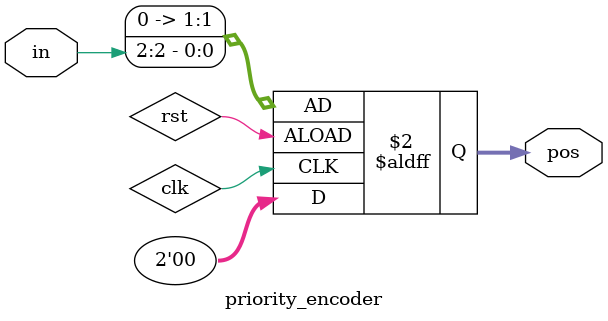
<source format=v>
module priority_encoder( 
input [2:0] in,
output reg [1:0] pos ); 
// When sel=1, assign b to out
always @(posedge clk or negedge rst) begin
	if (rst) begin
		pos <= 0;
	end else
		pos <= in[2];
end
endmodule

</source>
